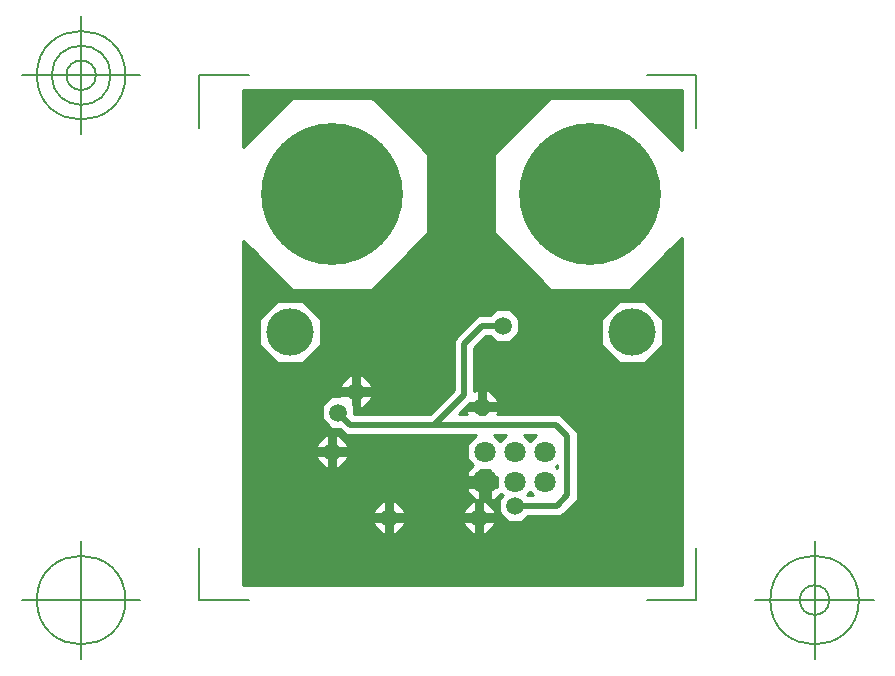
<source format=gbr>
G04 Generated by Ultiboard 11.0 *
%FSLAX25Y25*%
%MOIN*%

%ADD10C,0.01000*%
%ADD11C,0.01969*%
%ADD12C,0.00500*%
%ADD13C,0.47244*%
%ADD14C,0.15748*%
%ADD15C,0.05906*%
%ADD16C,0.07087*%
%ADD17R,0.03170X0.03170*%
%ADD18C,0.03917*%


G04 ColorRGB 0000FF for the following layer *
%LNCopper Bottom*%
%LPD*%
%FSLAX25Y25*%
%MOIN*%
G54D10*
X102490Y176531D02*
X149531Y176531D01*
X149531Y176531D02*
X149531Y156718D01*
X149531Y156718D02*
X132253Y173996D01*
X132253Y173996D02*
X105747Y173996D01*
X105747Y173996D02*
X102490Y170739D01*
X102490Y170739D02*
X102490Y176531D01*
G36*
X102490Y176531D02*
X149531Y176531D01*
X149531Y156718D01*
X132253Y173996D01*
X105747Y173996D01*
X102490Y170739D01*
X102490Y176531D01*
G37*
X102490Y176531D02*
X149531Y176531D01*
X149531Y176531D02*
X149531Y156718D01*
X149531Y156718D02*
X132253Y173996D01*
X132253Y173996D02*
X105747Y173996D01*
X105747Y173996D02*
X102490Y170739D01*
X102490Y170739D02*
X102490Y176531D01*
X143343Y100284D02*
X137284Y106343D01*
X137284Y106343D02*
X128716Y106343D01*
X128716Y106343D02*
X122657Y100284D01*
X122657Y100284D02*
X102490Y100284D01*
X102490Y100284D02*
X102490Y113261D01*
X102490Y113261D02*
X105747Y110004D01*
X105747Y110004D02*
X132253Y110004D01*
X132253Y110004D02*
X145405Y123156D01*
X145405Y123156D02*
X149531Y123156D01*
X149531Y123156D02*
X149531Y100284D01*
X149531Y100284D02*
X143343Y100284D01*
G36*
X143343Y100284D02*
X137284Y106343D01*
X128716Y106343D01*
X122657Y100284D01*
X102490Y100284D01*
X102490Y113261D01*
X105747Y110004D01*
X132253Y110004D01*
X145405Y123156D01*
X149531Y123156D01*
X149531Y100284D01*
X143343Y100284D01*
G37*
X143343Y100284D02*
X137284Y106343D01*
X137284Y106343D02*
X128716Y106343D01*
X128716Y106343D02*
X122657Y100284D01*
X122657Y100284D02*
X102490Y100284D01*
X102490Y100284D02*
X102490Y113261D01*
X102490Y113261D02*
X105747Y110004D01*
X105747Y110004D02*
X132253Y110004D01*
X132253Y110004D02*
X145405Y123156D01*
X145405Y123156D02*
X149531Y123156D01*
X149531Y123156D02*
X149531Y100284D01*
X149531Y100284D02*
X143343Y100284D01*
X122657Y100284D02*
X122657Y91716D01*
X122657Y91716D02*
X128716Y85657D01*
X128716Y85657D02*
X137284Y85657D01*
X137284Y85657D02*
X143343Y91716D01*
X143343Y91716D02*
X143343Y100284D01*
X143343Y100284D02*
X149531Y100284D01*
X149531Y100284D02*
X149531Y64844D01*
X149531Y64844D02*
X112563Y64844D01*
X112563Y64844D02*
X108954Y68453D01*
X108954Y68453D02*
X102490Y68453D01*
X102490Y68453D02*
X102490Y100284D01*
X102490Y100284D02*
X122657Y100284D01*
G36*
X122657Y100284D02*
X122657Y91716D01*
X128716Y85657D01*
X137284Y85657D01*
X143343Y91716D01*
X143343Y100284D01*
X149531Y100284D01*
X149531Y64844D01*
X112563Y64844D01*
X108954Y68453D01*
X102490Y68453D01*
X102490Y100284D01*
X122657Y100284D01*
G37*
X122657Y100284D02*
X122657Y91716D01*
X122657Y91716D02*
X128716Y85657D01*
X128716Y85657D02*
X137284Y85657D01*
X137284Y85657D02*
X143343Y91716D01*
X143343Y91716D02*
X143343Y100284D01*
X143343Y100284D02*
X149531Y100284D01*
X149531Y100284D02*
X149531Y64844D01*
X149531Y64844D02*
X112563Y64844D01*
X112563Y64844D02*
X108954Y68453D01*
X108954Y68453D02*
X102490Y68453D01*
X102490Y68453D02*
X102490Y100284D01*
X102490Y100284D02*
X122657Y100284D01*
X149531Y11469D02*
X102490Y11469D01*
X102490Y11469D02*
X102490Y34547D01*
X102490Y34547D02*
X109430Y34547D01*
X109430Y34547D02*
X114853Y39970D01*
X114853Y39970D02*
X149531Y39970D01*
X149531Y39970D02*
X149531Y11469D01*
G36*
X149531Y11469D02*
X102490Y11469D01*
X102490Y34547D01*
X109430Y34547D01*
X114853Y39970D01*
X149531Y39970D01*
X149531Y11469D01*
G37*
X149531Y11469D02*
X102490Y11469D01*
X102490Y11469D02*
X102490Y34547D01*
X102490Y34547D02*
X109430Y34547D01*
X109430Y34547D02*
X114853Y39970D01*
X114853Y39970D02*
X149531Y39970D01*
X149531Y39970D02*
X149531Y11469D01*
X149531Y64844D02*
X149531Y39970D01*
X149531Y39970D02*
X114853Y39970D01*
X114853Y39970D02*
X114853Y62554D01*
X114853Y62554D02*
X112563Y64844D01*
X112563Y64844D02*
X149531Y64844D01*
G36*
X149531Y64844D02*
X149531Y39970D01*
X114853Y39970D01*
X114853Y62554D01*
X112563Y64844D01*
X149531Y64844D01*
G37*
X149531Y64844D02*
X149531Y39970D01*
X149531Y39970D02*
X114853Y39970D01*
X114853Y39970D02*
X114853Y62554D01*
X114853Y62554D02*
X112563Y64844D01*
X112563Y64844D02*
X149531Y64844D01*
X3469Y123156D02*
X3469Y126282D01*
X3469Y126282D02*
X6595Y123156D01*
X6595Y123156D02*
X3469Y123156D01*
G36*
X3469Y123156D02*
X3469Y126282D01*
X6595Y123156D01*
X3469Y123156D01*
G37*
X3469Y123156D02*
X3469Y126282D01*
X3469Y126282D02*
X6595Y123156D01*
X6595Y123156D02*
X3469Y123156D01*
X50510Y176531D02*
X102490Y176531D01*
X102490Y176531D02*
X102490Y170739D01*
X102490Y170739D02*
X87004Y155253D01*
X87004Y155253D02*
X87004Y128747D01*
X87004Y128747D02*
X92595Y123156D01*
X92595Y123156D02*
X59405Y123156D01*
X59405Y123156D02*
X64996Y128747D01*
X64996Y128747D02*
X64996Y155253D01*
X64996Y155253D02*
X50510Y169739D01*
X50510Y169739D02*
X50510Y176531D01*
G36*
X50510Y176531D02*
X102490Y176531D01*
X102490Y170739D01*
X87004Y155253D01*
X87004Y128747D01*
X92595Y123156D01*
X59405Y123156D01*
X64996Y128747D01*
X64996Y155253D01*
X50510Y169739D01*
X50510Y176531D01*
G37*
X50510Y176531D02*
X102490Y176531D01*
X102490Y176531D02*
X102490Y170739D01*
X102490Y170739D02*
X87004Y155253D01*
X87004Y155253D02*
X87004Y128747D01*
X87004Y128747D02*
X92595Y123156D01*
X92595Y123156D02*
X59405Y123156D01*
X59405Y123156D02*
X64996Y128747D01*
X64996Y128747D02*
X64996Y155253D01*
X64996Y155253D02*
X50510Y169739D01*
X50510Y169739D02*
X50510Y176531D01*
X50510Y114261D02*
X59405Y123156D01*
X59405Y123156D02*
X80754Y123156D01*
X80754Y123156D02*
X80754Y100587D01*
X80754Y100587D02*
X73547Y93380D01*
X73547Y93380D02*
X73547Y76430D01*
X73547Y76430D02*
X70687Y73570D01*
X70687Y73570D02*
X50510Y73570D01*
X50510Y73570D02*
X50510Y114261D01*
G36*
X50510Y114261D02*
X59405Y123156D01*
X80754Y123156D01*
X80754Y100587D01*
X73547Y93380D01*
X73547Y76430D01*
X70687Y73570D01*
X50510Y73570D01*
X50510Y114261D01*
G37*
X50510Y114261D02*
X59405Y123156D01*
X59405Y123156D02*
X80754Y123156D01*
X80754Y123156D02*
X80754Y100587D01*
X80754Y100587D02*
X73547Y93380D01*
X73547Y93380D02*
X73547Y76430D01*
X73547Y76430D02*
X70687Y73570D01*
X70687Y73570D02*
X50510Y73570D01*
X50510Y73570D02*
X50510Y114261D01*
X50510Y68453D02*
X50510Y73570D01*
X50510Y73570D02*
X70687Y73570D01*
X70687Y73570D02*
X65570Y68453D01*
X65570Y68453D02*
X50510Y68453D01*
G36*
X50510Y68453D02*
X50510Y73570D01*
X70687Y73570D01*
X65570Y68453D01*
X50510Y68453D01*
G37*
X50510Y68453D02*
X50510Y73570D01*
X50510Y73570D02*
X70687Y73570D01*
X70687Y73570D02*
X65570Y68453D01*
X65570Y68453D02*
X50510Y68453D01*
X80034Y51464D02*
X77988Y49419D01*
X77988Y49419D02*
X50510Y49419D01*
X50510Y49419D02*
X50510Y61547D01*
X50510Y61547D02*
X65470Y61547D01*
X65470Y61547D02*
X65520Y61497D01*
X65520Y61497D02*
X68380Y61497D01*
X68380Y61497D02*
X68430Y61547D01*
X68430Y61547D02*
X81045Y61547D01*
X81045Y61547D02*
X77988Y58490D01*
X77988Y58490D02*
X77988Y53510D01*
X77988Y53510D02*
X80034Y51464D01*
G36*
X80034Y51464D02*
X77988Y49419D01*
X50510Y49419D01*
X50510Y61547D01*
X65470Y61547D01*
X65520Y61497D01*
X68380Y61497D01*
X68430Y61547D01*
X81045Y61547D01*
X77988Y58490D01*
X77988Y53510D01*
X80034Y51464D01*
G37*
X80034Y51464D02*
X77988Y49419D01*
X77988Y49419D02*
X50510Y49419D01*
X50510Y49419D02*
X50510Y61547D01*
X50510Y61547D02*
X65470Y61547D01*
X65470Y61547D02*
X65520Y61497D01*
X65520Y61497D02*
X68380Y61497D01*
X68380Y61497D02*
X68430Y61547D01*
X68430Y61547D02*
X81045Y61547D01*
X81045Y61547D02*
X77988Y58490D01*
X77988Y58490D02*
X77988Y53510D01*
X77988Y53510D02*
X80034Y51464D01*
X77988Y49419D02*
X77988Y47709D01*
X77988Y47709D02*
X82291Y47709D01*
X82291Y47709D02*
X82291Y49419D01*
X82291Y49419D02*
X85267Y49419D01*
X85267Y49419D02*
X85267Y42581D01*
X85267Y42581D02*
X82291Y42581D01*
X82291Y42581D02*
X82291Y44291D01*
X82291Y44291D02*
X77988Y44291D01*
X77988Y44291D02*
X77988Y42581D01*
X77988Y42581D02*
X50510Y42581D01*
X50510Y42581D02*
X50510Y49419D01*
X50510Y49419D02*
X77988Y49419D01*
G36*
X77988Y49419D02*
X77988Y47709D01*
X82291Y47709D01*
X82291Y49419D01*
X85267Y49419D01*
X85267Y42581D01*
X82291Y42581D01*
X82291Y44291D01*
X77988Y44291D01*
X77988Y42581D01*
X50510Y42581D01*
X50510Y49419D01*
X77988Y49419D01*
G37*
X77988Y49419D02*
X77988Y47709D01*
X77988Y47709D02*
X82291Y47709D01*
X82291Y47709D02*
X82291Y49419D01*
X82291Y49419D02*
X85267Y49419D01*
X85267Y49419D02*
X85267Y42581D01*
X85267Y42581D02*
X82291Y42581D01*
X82291Y42581D02*
X82291Y44291D01*
X82291Y44291D02*
X77988Y44291D01*
X77988Y44291D02*
X77988Y42581D01*
X77988Y42581D02*
X50510Y42581D01*
X50510Y42581D02*
X50510Y49419D01*
X50510Y49419D02*
X77988Y49419D01*
X77988Y42581D02*
X80581Y39988D01*
X80581Y39988D02*
X82291Y39988D01*
X82291Y39988D02*
X82291Y42581D01*
X82291Y42581D02*
X85267Y42581D01*
X85267Y42581D02*
X85267Y38400D01*
X85267Y38400D02*
X84246Y39421D01*
X84246Y39421D02*
X83123Y39421D01*
X83123Y39421D02*
X83123Y36246D01*
X83123Y36246D02*
X80877Y36246D01*
X80877Y36246D02*
X80877Y39421D01*
X80877Y39421D02*
X79754Y39421D01*
X79754Y39421D02*
X76579Y36246D01*
X76579Y36246D02*
X57421Y36246D01*
X57421Y36246D02*
X54246Y39421D01*
X54246Y39421D02*
X53123Y39421D01*
X53123Y39421D02*
X53123Y36246D01*
X53123Y36246D02*
X50877Y36246D01*
X50877Y36246D02*
X50877Y39421D01*
X50877Y39421D02*
X50510Y39421D01*
X50510Y39421D02*
X50510Y42581D01*
X50510Y42581D02*
X77988Y42581D01*
G36*
X77988Y42581D02*
X80581Y39988D01*
X82291Y39988D01*
X82291Y42581D01*
X85267Y42581D01*
X85267Y38400D01*
X84246Y39421D01*
X83123Y39421D01*
X83123Y36246D01*
X80877Y36246D01*
X80877Y39421D01*
X79754Y39421D01*
X76579Y36246D01*
X57421Y36246D01*
X54246Y39421D01*
X53123Y39421D01*
X53123Y36246D01*
X50877Y36246D01*
X50877Y39421D01*
X50510Y39421D01*
X50510Y42581D01*
X77988Y42581D01*
G37*
X77988Y42581D02*
X80581Y39988D01*
X80581Y39988D02*
X82291Y39988D01*
X82291Y39988D02*
X82291Y42581D01*
X82291Y42581D02*
X85267Y42581D01*
X85267Y42581D02*
X85267Y38400D01*
X85267Y38400D02*
X84246Y39421D01*
X84246Y39421D02*
X83123Y39421D01*
X83123Y39421D02*
X83123Y36246D01*
X83123Y36246D02*
X80877Y36246D01*
X80877Y36246D02*
X80877Y39421D01*
X80877Y39421D02*
X79754Y39421D01*
X79754Y39421D02*
X76579Y36246D01*
X76579Y36246D02*
X57421Y36246D01*
X57421Y36246D02*
X54246Y39421D01*
X54246Y39421D02*
X53123Y39421D01*
X53123Y39421D02*
X53123Y36246D01*
X53123Y36246D02*
X50877Y36246D01*
X50877Y36246D02*
X50877Y39421D01*
X50877Y39421D02*
X50510Y39421D01*
X50510Y39421D02*
X50510Y42581D01*
X50510Y42581D02*
X77988Y42581D01*
X98214Y34547D02*
X102490Y34547D01*
X102490Y34547D02*
X102490Y31754D01*
X102490Y31754D02*
X87421Y31754D01*
X87421Y31754D02*
X87421Y32877D01*
X87421Y32877D02*
X83123Y32877D01*
X83123Y32877D02*
X83123Y31754D01*
X83123Y31754D02*
X80877Y31754D01*
X80877Y31754D02*
X80877Y32877D01*
X80877Y32877D02*
X76579Y32877D01*
X76579Y32877D02*
X76579Y31754D01*
X76579Y31754D02*
X57421Y31754D01*
X57421Y31754D02*
X57421Y32877D01*
X57421Y32877D02*
X53123Y32877D01*
X53123Y32877D02*
X53123Y31754D01*
X53123Y31754D02*
X50877Y31754D01*
X50877Y31754D02*
X50877Y32877D01*
X50877Y32877D02*
X50510Y32877D01*
X50510Y32877D02*
X50510Y35123D01*
X50510Y35123D02*
X50877Y35123D01*
X50877Y35123D02*
X50877Y36246D01*
X50877Y36246D02*
X53123Y36246D01*
X53123Y36246D02*
X53123Y35123D01*
X53123Y35123D02*
X57421Y35123D01*
X57421Y35123D02*
X57421Y36246D01*
X57421Y36246D02*
X76579Y36246D01*
X76579Y36246D02*
X76579Y35123D01*
X76579Y35123D02*
X80877Y35123D01*
X80877Y35123D02*
X80877Y36246D01*
X80877Y36246D02*
X83123Y36246D01*
X83123Y36246D02*
X83123Y35123D01*
X83123Y35123D02*
X87421Y35123D01*
X87421Y35123D02*
X87421Y36246D01*
X87421Y36246D02*
X88579Y36246D01*
X88579Y36246D02*
X88579Y35754D01*
X88579Y35754D02*
X91754Y32579D01*
X91754Y32579D02*
X96246Y32579D01*
X96246Y32579D02*
X98214Y34547D01*
G36*
X98214Y34547D02*
X102490Y34547D01*
X102490Y31754D01*
X87421Y31754D01*
X87421Y32877D01*
X83123Y32877D01*
X83123Y31754D01*
X80877Y31754D01*
X80877Y32877D01*
X76579Y32877D01*
X76579Y31754D01*
X57421Y31754D01*
X57421Y32877D01*
X53123Y32877D01*
X53123Y31754D01*
X50877Y31754D01*
X50877Y32877D01*
X50510Y32877D01*
X50510Y35123D01*
X50877Y35123D01*
X50877Y36246D01*
X53123Y36246D01*
X53123Y35123D01*
X57421Y35123D01*
X57421Y36246D01*
X76579Y36246D01*
X76579Y35123D01*
X80877Y35123D01*
X80877Y36246D01*
X83123Y36246D01*
X83123Y35123D01*
X87421Y35123D01*
X87421Y36246D01*
X88579Y36246D01*
X88579Y35754D01*
X91754Y32579D01*
X96246Y32579D01*
X98214Y34547D01*
G37*
X98214Y34547D02*
X102490Y34547D01*
X102490Y34547D02*
X102490Y31754D01*
X102490Y31754D02*
X87421Y31754D01*
X87421Y31754D02*
X87421Y32877D01*
X87421Y32877D02*
X83123Y32877D01*
X83123Y32877D02*
X83123Y31754D01*
X83123Y31754D02*
X80877Y31754D01*
X80877Y31754D02*
X80877Y32877D01*
X80877Y32877D02*
X76579Y32877D01*
X76579Y32877D02*
X76579Y31754D01*
X76579Y31754D02*
X57421Y31754D01*
X57421Y31754D02*
X57421Y32877D01*
X57421Y32877D02*
X53123Y32877D01*
X53123Y32877D02*
X53123Y31754D01*
X53123Y31754D02*
X50877Y31754D01*
X50877Y31754D02*
X50877Y32877D01*
X50877Y32877D02*
X50510Y32877D01*
X50510Y32877D02*
X50510Y35123D01*
X50510Y35123D02*
X50877Y35123D01*
X50877Y35123D02*
X50877Y36246D01*
X50877Y36246D02*
X53123Y36246D01*
X53123Y36246D02*
X53123Y35123D01*
X53123Y35123D02*
X57421Y35123D01*
X57421Y35123D02*
X57421Y36246D01*
X57421Y36246D02*
X76579Y36246D01*
X76579Y36246D02*
X76579Y35123D01*
X76579Y35123D02*
X80877Y35123D01*
X80877Y35123D02*
X80877Y36246D01*
X80877Y36246D02*
X83123Y36246D01*
X83123Y36246D02*
X83123Y35123D01*
X83123Y35123D02*
X87421Y35123D01*
X87421Y35123D02*
X87421Y36246D01*
X87421Y36246D02*
X88579Y36246D01*
X88579Y36246D02*
X88579Y35754D01*
X88579Y35754D02*
X91754Y32579D01*
X91754Y32579D02*
X96246Y32579D01*
X96246Y32579D02*
X98214Y34547D01*
X102490Y11469D02*
X50510Y11469D01*
X50510Y11469D02*
X50510Y28579D01*
X50510Y28579D02*
X50877Y28579D01*
X50877Y28579D02*
X50877Y31754D01*
X50877Y31754D02*
X53123Y31754D01*
X53123Y31754D02*
X53123Y28579D01*
X53123Y28579D02*
X54246Y28579D01*
X54246Y28579D02*
X57421Y31754D01*
X57421Y31754D02*
X76579Y31754D01*
X76579Y31754D02*
X79754Y28579D01*
X79754Y28579D02*
X80877Y28579D01*
X80877Y28579D02*
X80877Y31754D01*
X80877Y31754D02*
X83123Y31754D01*
X83123Y31754D02*
X83123Y28579D01*
X83123Y28579D02*
X84246Y28579D01*
X84246Y28579D02*
X87421Y31754D01*
X87421Y31754D02*
X102490Y31754D01*
X102490Y31754D02*
X102490Y11469D01*
G36*
X102490Y11469D02*
X50510Y11469D01*
X50510Y28579D01*
X50877Y28579D01*
X50877Y31754D01*
X53123Y31754D01*
X53123Y28579D01*
X54246Y28579D01*
X57421Y31754D01*
X76579Y31754D01*
X79754Y28579D01*
X80877Y28579D01*
X80877Y31754D01*
X83123Y31754D01*
X83123Y28579D01*
X84246Y28579D01*
X87421Y31754D01*
X102490Y31754D01*
X102490Y11469D01*
G37*
X102490Y11469D02*
X50510Y11469D01*
X50510Y11469D02*
X50510Y28579D01*
X50510Y28579D02*
X50877Y28579D01*
X50877Y28579D02*
X50877Y31754D01*
X50877Y31754D02*
X53123Y31754D01*
X53123Y31754D02*
X53123Y28579D01*
X53123Y28579D02*
X54246Y28579D01*
X54246Y28579D02*
X57421Y31754D01*
X57421Y31754D02*
X76579Y31754D01*
X76579Y31754D02*
X79754Y28579D01*
X79754Y28579D02*
X80877Y28579D01*
X80877Y28579D02*
X80877Y31754D01*
X80877Y31754D02*
X83123Y31754D01*
X83123Y31754D02*
X83123Y28579D01*
X83123Y28579D02*
X84246Y28579D01*
X84246Y28579D02*
X87421Y31754D01*
X87421Y31754D02*
X102490Y31754D01*
X102490Y31754D02*
X102490Y11469D01*
X3469Y64844D02*
X3469Y73754D01*
X3469Y73754D02*
X32088Y73754D01*
X32088Y73754D02*
X29579Y71246D01*
X29579Y71246D02*
X29579Y66754D01*
X29579Y66754D02*
X31489Y64844D01*
X31489Y64844D02*
X3469Y64844D01*
G36*
X3469Y64844D02*
X3469Y73754D01*
X32088Y73754D01*
X29579Y71246D01*
X29579Y66754D01*
X31489Y64844D01*
X3469Y64844D01*
G37*
X3469Y64844D02*
X3469Y73754D01*
X3469Y73754D02*
X32088Y73754D01*
X32088Y73754D02*
X29579Y71246D01*
X29579Y71246D02*
X29579Y66754D01*
X29579Y66754D02*
X31489Y64844D01*
X31489Y64844D02*
X3469Y64844D01*
X3469Y53754D02*
X3469Y64844D01*
X3469Y64844D02*
X30754Y64844D01*
X30754Y64844D02*
X30754Y61421D01*
X30754Y61421D02*
X27579Y58246D01*
X27579Y58246D02*
X27579Y57123D01*
X27579Y57123D02*
X30754Y57123D01*
X30754Y57123D02*
X30754Y54877D01*
X30754Y54877D02*
X27579Y54877D01*
X27579Y54877D02*
X27579Y53754D01*
X27579Y53754D02*
X3469Y53754D01*
G36*
X3469Y53754D02*
X3469Y64844D01*
X30754Y64844D01*
X30754Y61421D01*
X27579Y58246D01*
X27579Y57123D01*
X30754Y57123D01*
X30754Y54877D01*
X27579Y54877D01*
X27579Y53754D01*
X3469Y53754D01*
G37*
X3469Y53754D02*
X3469Y64844D01*
X3469Y64844D02*
X30754Y64844D01*
X30754Y64844D02*
X30754Y61421D01*
X30754Y61421D02*
X27579Y58246D01*
X27579Y58246D02*
X27579Y57123D01*
X27579Y57123D02*
X30754Y57123D01*
X30754Y57123D02*
X30754Y54877D01*
X30754Y54877D02*
X27579Y54877D01*
X27579Y54877D02*
X27579Y53754D01*
X27579Y53754D02*
X3469Y53754D01*
X31489Y64844D02*
X32754Y63579D01*
X32754Y63579D02*
X35246Y63579D01*
X35246Y63579D02*
X35246Y61421D01*
X35246Y61421D02*
X34123Y61421D01*
X34123Y61421D02*
X34123Y57123D01*
X34123Y57123D02*
X35246Y57123D01*
X35246Y57123D02*
X35246Y54877D01*
X35246Y54877D02*
X34123Y54877D01*
X34123Y54877D02*
X34123Y53754D01*
X34123Y53754D02*
X31877Y53754D01*
X31877Y53754D02*
X31877Y54877D01*
X31877Y54877D02*
X30754Y54877D01*
X30754Y54877D02*
X30754Y57123D01*
X30754Y57123D02*
X31877Y57123D01*
X31877Y57123D02*
X31877Y61421D01*
X31877Y61421D02*
X30754Y61421D01*
X30754Y61421D02*
X30754Y64844D01*
X30754Y64844D02*
X31489Y64844D01*
G36*
X31489Y64844D02*
X32754Y63579D01*
X35246Y63579D01*
X35246Y61421D01*
X34123Y61421D01*
X34123Y57123D01*
X35246Y57123D01*
X35246Y54877D01*
X34123Y54877D01*
X34123Y53754D01*
X31877Y53754D01*
X31877Y54877D01*
X30754Y54877D01*
X30754Y57123D01*
X31877Y57123D01*
X31877Y61421D01*
X30754Y61421D01*
X30754Y64844D01*
X31489Y64844D01*
G37*
X31489Y64844D02*
X32754Y63579D01*
X32754Y63579D02*
X35246Y63579D01*
X35246Y63579D02*
X35246Y61421D01*
X35246Y61421D02*
X34123Y61421D01*
X34123Y61421D02*
X34123Y57123D01*
X34123Y57123D02*
X35246Y57123D01*
X35246Y57123D02*
X35246Y54877D01*
X35246Y54877D02*
X34123Y54877D01*
X34123Y54877D02*
X34123Y53754D01*
X34123Y53754D02*
X31877Y53754D01*
X31877Y53754D02*
X31877Y54877D01*
X31877Y54877D02*
X30754Y54877D01*
X30754Y54877D02*
X30754Y57123D01*
X30754Y57123D02*
X31877Y57123D01*
X31877Y57123D02*
X31877Y61421D01*
X31877Y61421D02*
X30754Y61421D01*
X30754Y61421D02*
X30754Y64844D01*
X30754Y64844D02*
X31489Y64844D01*
X50510Y11469D02*
X35246Y11469D01*
X35246Y11469D02*
X35246Y50579D01*
X35246Y50579D02*
X38421Y53754D01*
X38421Y53754D02*
X38421Y54877D01*
X38421Y54877D02*
X35246Y54877D01*
X35246Y54877D02*
X35246Y57123D01*
X35246Y57123D02*
X38421Y57123D01*
X38421Y57123D02*
X38421Y58246D01*
X38421Y58246D02*
X35246Y61421D01*
X35246Y61421D02*
X35246Y63579D01*
X35246Y63579D02*
X35538Y63579D01*
X35538Y63579D02*
X37570Y61547D01*
X37570Y61547D02*
X50510Y61547D01*
X50510Y61547D02*
X50510Y39421D01*
X50510Y39421D02*
X49754Y39421D01*
X49754Y39421D02*
X46579Y36246D01*
X46579Y36246D02*
X46579Y35123D01*
X46579Y35123D02*
X50510Y35123D01*
X50510Y35123D02*
X50510Y32877D01*
X50510Y32877D02*
X46579Y32877D01*
X46579Y32877D02*
X46579Y31754D01*
X46579Y31754D02*
X49754Y28579D01*
X49754Y28579D02*
X50510Y28579D01*
X50510Y28579D02*
X50510Y11469D01*
G36*
X50510Y11469D02*
X35246Y11469D01*
X35246Y50579D01*
X38421Y53754D01*
X38421Y54877D01*
X35246Y54877D01*
X35246Y57123D01*
X38421Y57123D01*
X38421Y58246D01*
X35246Y61421D01*
X35246Y63579D01*
X35538Y63579D01*
X37570Y61547D01*
X50510Y61547D01*
X50510Y39421D01*
X49754Y39421D01*
X46579Y36246D01*
X46579Y35123D01*
X50510Y35123D01*
X50510Y32877D01*
X46579Y32877D01*
X46579Y31754D01*
X49754Y28579D01*
X50510Y28579D01*
X50510Y11469D01*
G37*
X50510Y11469D02*
X35246Y11469D01*
X35246Y11469D02*
X35246Y50579D01*
X35246Y50579D02*
X38421Y53754D01*
X38421Y53754D02*
X38421Y54877D01*
X38421Y54877D02*
X35246Y54877D01*
X35246Y54877D02*
X35246Y57123D01*
X35246Y57123D02*
X38421Y57123D01*
X38421Y57123D02*
X38421Y58246D01*
X38421Y58246D02*
X35246Y61421D01*
X35246Y61421D02*
X35246Y63579D01*
X35246Y63579D02*
X35538Y63579D01*
X35538Y63579D02*
X37570Y61547D01*
X37570Y61547D02*
X50510Y61547D01*
X50510Y61547D02*
X50510Y39421D01*
X50510Y39421D02*
X49754Y39421D01*
X49754Y39421D02*
X46579Y36246D01*
X46579Y36246D02*
X46579Y35123D01*
X46579Y35123D02*
X50510Y35123D01*
X50510Y35123D02*
X50510Y32877D01*
X50510Y32877D02*
X46579Y32877D01*
X46579Y32877D02*
X46579Y31754D01*
X46579Y31754D02*
X49754Y28579D01*
X49754Y28579D02*
X50510Y28579D01*
X50510Y28579D02*
X50510Y11469D01*
X35246Y11469D02*
X3469Y11469D01*
X3469Y11469D02*
X3469Y53754D01*
X3469Y53754D02*
X27579Y53754D01*
X27579Y53754D02*
X30754Y50579D01*
X30754Y50579D02*
X31877Y50579D01*
X31877Y50579D02*
X31877Y53754D01*
X31877Y53754D02*
X34123Y53754D01*
X34123Y53754D02*
X34123Y50579D01*
X34123Y50579D02*
X35246Y50579D01*
X35246Y50579D02*
X35246Y11469D01*
G36*
X35246Y11469D02*
X3469Y11469D01*
X3469Y53754D01*
X27579Y53754D01*
X30754Y50579D01*
X31877Y50579D01*
X31877Y53754D01*
X34123Y53754D01*
X34123Y50579D01*
X35246Y50579D01*
X35246Y11469D01*
G37*
X35246Y11469D02*
X3469Y11469D01*
X3469Y11469D02*
X3469Y53754D01*
X3469Y53754D02*
X27579Y53754D01*
X27579Y53754D02*
X30754Y50579D01*
X30754Y50579D02*
X31877Y50579D01*
X31877Y50579D02*
X31877Y53754D01*
X31877Y53754D02*
X34123Y53754D01*
X34123Y53754D02*
X34123Y50579D01*
X34123Y50579D02*
X35246Y50579D01*
X35246Y50579D02*
X35246Y11469D01*
X3469Y100284D02*
X3469Y123156D01*
X3469Y123156D02*
X6595Y123156D01*
X6595Y123156D02*
X19747Y110004D01*
X19747Y110004D02*
X38754Y110004D01*
X38754Y110004D02*
X38754Y100284D01*
X38754Y100284D02*
X29343Y100284D01*
X29343Y100284D02*
X23284Y106343D01*
X23284Y106343D02*
X14716Y106343D01*
X14716Y106343D02*
X8657Y100284D01*
X8657Y100284D02*
X3469Y100284D01*
G36*
X3469Y100284D02*
X3469Y123156D01*
X6595Y123156D01*
X19747Y110004D01*
X38754Y110004D01*
X38754Y100284D01*
X29343Y100284D01*
X23284Y106343D01*
X14716Y106343D01*
X8657Y100284D01*
X3469Y100284D01*
G37*
X3469Y100284D02*
X3469Y123156D01*
X3469Y123156D02*
X6595Y123156D01*
X6595Y123156D02*
X19747Y110004D01*
X19747Y110004D02*
X38754Y110004D01*
X38754Y110004D02*
X38754Y100284D01*
X38754Y100284D02*
X29343Y100284D01*
X29343Y100284D02*
X23284Y106343D01*
X23284Y106343D02*
X14716Y106343D01*
X14716Y106343D02*
X8657Y100284D01*
X8657Y100284D02*
X3469Y100284D01*
X3469Y73754D02*
X3469Y100284D01*
X3469Y100284D02*
X8657Y100284D01*
X8657Y100284D02*
X8657Y91716D01*
X8657Y91716D02*
X14716Y85657D01*
X14716Y85657D02*
X23284Y85657D01*
X23284Y85657D02*
X29343Y91716D01*
X29343Y91716D02*
X29343Y100284D01*
X29343Y100284D02*
X38754Y100284D01*
X38754Y100284D02*
X38754Y81421D01*
X38754Y81421D02*
X35579Y78246D01*
X35579Y78246D02*
X35579Y77123D01*
X35579Y77123D02*
X38754Y77123D01*
X38754Y77123D02*
X38754Y74877D01*
X38754Y74877D02*
X35579Y74877D01*
X35579Y74877D02*
X35579Y74421D01*
X35579Y74421D02*
X32754Y74421D01*
X32754Y74421D02*
X32088Y73754D01*
X32088Y73754D02*
X3469Y73754D01*
G36*
X3469Y73754D02*
X3469Y100284D01*
X8657Y100284D01*
X8657Y91716D01*
X14716Y85657D01*
X23284Y85657D01*
X29343Y91716D01*
X29343Y100284D01*
X38754Y100284D01*
X38754Y81421D01*
X35579Y78246D01*
X35579Y77123D01*
X38754Y77123D01*
X38754Y74877D01*
X35579Y74877D01*
X35579Y74421D01*
X32754Y74421D01*
X32088Y73754D01*
X3469Y73754D01*
G37*
X3469Y73754D02*
X3469Y100284D01*
X3469Y100284D02*
X8657Y100284D01*
X8657Y100284D02*
X8657Y91716D01*
X8657Y91716D02*
X14716Y85657D01*
X14716Y85657D02*
X23284Y85657D01*
X23284Y85657D02*
X29343Y91716D01*
X29343Y91716D02*
X29343Y100284D01*
X29343Y100284D02*
X38754Y100284D01*
X38754Y100284D02*
X38754Y81421D01*
X38754Y81421D02*
X35579Y78246D01*
X35579Y78246D02*
X35579Y77123D01*
X35579Y77123D02*
X38754Y77123D01*
X38754Y77123D02*
X38754Y74877D01*
X38754Y74877D02*
X35579Y74877D01*
X35579Y74877D02*
X35579Y74421D01*
X35579Y74421D02*
X32754Y74421D01*
X32754Y74421D02*
X32088Y73754D01*
X32088Y73754D02*
X3469Y73754D01*
X38754Y110004D02*
X43246Y110004D01*
X43246Y110004D02*
X43246Y81421D01*
X43246Y81421D02*
X42123Y81421D01*
X42123Y81421D02*
X42123Y77123D01*
X42123Y77123D02*
X43246Y77123D01*
X43246Y77123D02*
X43246Y74877D01*
X43246Y74877D02*
X42123Y74877D01*
X42123Y74877D02*
X42123Y73754D01*
X42123Y73754D02*
X39877Y73754D01*
X39877Y73754D02*
X39877Y74877D01*
X39877Y74877D02*
X38754Y74877D01*
X38754Y74877D02*
X38754Y77123D01*
X38754Y77123D02*
X39877Y77123D01*
X39877Y77123D02*
X39877Y81421D01*
X39877Y81421D02*
X38754Y81421D01*
X38754Y81421D02*
X38754Y110004D01*
G36*
X38754Y110004D02*
X43246Y110004D01*
X43246Y81421D01*
X42123Y81421D01*
X42123Y77123D01*
X43246Y77123D01*
X43246Y74877D01*
X42123Y74877D01*
X42123Y73754D01*
X39877Y73754D01*
X39877Y74877D01*
X38754Y74877D01*
X38754Y77123D01*
X39877Y77123D01*
X39877Y81421D01*
X38754Y81421D01*
X38754Y110004D01*
G37*
X38754Y110004D02*
X43246Y110004D01*
X43246Y110004D02*
X43246Y81421D01*
X43246Y81421D02*
X42123Y81421D01*
X42123Y81421D02*
X42123Y77123D01*
X42123Y77123D02*
X43246Y77123D01*
X43246Y77123D02*
X43246Y74877D01*
X43246Y74877D02*
X42123Y74877D01*
X42123Y74877D02*
X42123Y73754D01*
X42123Y73754D02*
X39877Y73754D01*
X39877Y73754D02*
X39877Y74877D01*
X39877Y74877D02*
X38754Y74877D01*
X38754Y74877D02*
X38754Y77123D01*
X38754Y77123D02*
X39877Y77123D01*
X39877Y77123D02*
X39877Y81421D01*
X39877Y81421D02*
X38754Y81421D01*
X38754Y81421D02*
X38754Y110004D01*
X43246Y110004D02*
X46253Y110004D01*
X46253Y110004D02*
X50510Y114261D01*
X50510Y114261D02*
X50510Y73754D01*
X50510Y73754D02*
X46421Y73754D01*
X46421Y73754D02*
X46421Y74877D01*
X46421Y74877D02*
X43246Y74877D01*
X43246Y74877D02*
X43246Y77123D01*
X43246Y77123D02*
X46421Y77123D01*
X46421Y77123D02*
X46421Y78246D01*
X46421Y78246D02*
X43246Y81421D01*
X43246Y81421D02*
X43246Y110004D01*
G36*
X43246Y110004D02*
X46253Y110004D01*
X50510Y114261D01*
X50510Y73754D01*
X46421Y73754D01*
X46421Y74877D01*
X43246Y74877D01*
X43246Y77123D01*
X46421Y77123D01*
X46421Y78246D01*
X43246Y81421D01*
X43246Y110004D01*
G37*
X43246Y110004D02*
X46253Y110004D01*
X46253Y110004D02*
X50510Y114261D01*
X50510Y114261D02*
X50510Y73754D01*
X50510Y73754D02*
X46421Y73754D01*
X46421Y73754D02*
X46421Y74877D01*
X46421Y74877D02*
X43246Y74877D01*
X43246Y74877D02*
X43246Y77123D01*
X43246Y77123D02*
X46421Y77123D01*
X46421Y77123D02*
X46421Y78246D01*
X46421Y78246D02*
X43246Y81421D01*
X43246Y81421D02*
X43246Y110004D01*
X50510Y68453D02*
X40430Y68453D01*
X40430Y68453D02*
X40421Y68462D01*
X40421Y68462D02*
X40421Y71246D01*
X40421Y71246D02*
X39877Y71790D01*
X39877Y71790D02*
X39877Y73754D01*
X39877Y73754D02*
X42123Y73754D01*
X42123Y73754D02*
X42123Y70579D01*
X42123Y70579D02*
X43246Y70579D01*
X43246Y70579D02*
X46421Y73754D01*
X46421Y73754D02*
X50510Y73754D01*
X50510Y73754D02*
X50510Y68453D01*
G36*
X50510Y68453D02*
X40430Y68453D01*
X40421Y68462D01*
X40421Y71246D01*
X39877Y71790D01*
X39877Y73754D01*
X42123Y73754D01*
X42123Y70579D01*
X43246Y70579D01*
X46421Y73754D01*
X50510Y73754D01*
X50510Y68453D01*
G37*
X50510Y68453D02*
X40430Y68453D01*
X40430Y68453D02*
X40421Y68462D01*
X40421Y68462D02*
X40421Y71246D01*
X40421Y71246D02*
X39877Y71790D01*
X39877Y71790D02*
X39877Y73754D01*
X39877Y73754D02*
X42123Y73754D01*
X42123Y73754D02*
X42123Y70579D01*
X42123Y70579D02*
X43246Y70579D01*
X43246Y70579D02*
X46421Y73754D01*
X46421Y73754D02*
X50510Y73754D01*
X50510Y73754D02*
X50510Y68453D01*
X99000Y59502D02*
X96955Y61547D01*
X96955Y61547D02*
X101045Y61547D01*
X101045Y61547D02*
X99000Y59502D01*
G36*
X99000Y59502D02*
X96955Y61547D01*
X101045Y61547D01*
X99000Y59502D01*
G37*
X99000Y59502D02*
X96955Y61547D01*
X96955Y61547D02*
X101045Y61547D01*
X101045Y61547D02*
X99000Y59502D01*
X91045Y61547D02*
X89000Y59502D01*
X89000Y59502D02*
X86955Y61547D01*
X86955Y61547D02*
X91045Y61547D01*
G36*
X91045Y61547D02*
X89000Y59502D01*
X86955Y61547D01*
X91045Y61547D01*
G37*
X91045Y61547D02*
X89000Y59502D01*
X89000Y59502D02*
X86955Y61547D01*
X86955Y61547D02*
X91045Y61547D01*
X85709Y49988D02*
X85709Y49419D01*
X85709Y49419D02*
X85267Y49419D01*
X85267Y49419D02*
X85267Y49988D01*
X85267Y49988D02*
X85709Y49988D01*
G36*
X85709Y49988D02*
X85709Y49419D01*
X85267Y49419D01*
X85267Y49988D01*
X85709Y49988D01*
G37*
X85709Y49988D02*
X85709Y49419D01*
X85709Y49419D02*
X85267Y49419D01*
X85267Y49419D02*
X85267Y49988D01*
X85267Y49988D02*
X85709Y49988D01*
X87988Y47709D02*
X87988Y44291D01*
X87988Y44291D02*
X85709Y44291D01*
X85709Y44291D02*
X85709Y42581D01*
X85709Y42581D02*
X85267Y42581D01*
X85267Y42581D02*
X85267Y49419D01*
X85267Y49419D02*
X85709Y49419D01*
X85709Y49419D02*
X85709Y47709D01*
X85709Y47709D02*
X87988Y47709D01*
G36*
X87988Y47709D02*
X87988Y44291D01*
X85709Y44291D01*
X85709Y42581D01*
X85267Y42581D01*
X85267Y49419D01*
X85709Y49419D01*
X85709Y47709D01*
X87988Y47709D01*
G37*
X87988Y47709D02*
X87988Y44291D01*
X87988Y44291D02*
X85709Y44291D01*
X85709Y44291D02*
X85709Y42581D01*
X85709Y42581D02*
X85267Y42581D01*
X85267Y42581D02*
X85267Y49419D01*
X85267Y49419D02*
X85709Y49419D01*
X85709Y49419D02*
X85709Y47709D01*
X85709Y47709D02*
X87988Y47709D01*
X82291Y49419D02*
X82291Y49988D01*
X82291Y49988D02*
X85267Y49988D01*
X85267Y49988D02*
X85267Y49419D01*
X85267Y49419D02*
X82291Y49419D01*
G36*
X82291Y49419D02*
X82291Y49988D01*
X85267Y49988D01*
X85267Y49419D01*
X82291Y49419D01*
G37*
X82291Y49419D02*
X82291Y49988D01*
X82291Y49988D02*
X85267Y49988D01*
X85267Y49988D02*
X85267Y49419D01*
X85267Y49419D02*
X82291Y49419D01*
X89464Y42034D02*
X89916Y41582D01*
X89916Y41582D02*
X88579Y40246D01*
X88579Y40246D02*
X88579Y36246D01*
X88579Y36246D02*
X87421Y36246D01*
X87421Y36246D02*
X85267Y38400D01*
X85267Y38400D02*
X85267Y42581D01*
X85267Y42581D02*
X85709Y42581D01*
X85709Y42581D02*
X85709Y39988D01*
X85709Y39988D02*
X87419Y39988D01*
X87419Y39988D02*
X89464Y42034D01*
G36*
X89464Y42034D02*
X89916Y41582D01*
X88579Y40246D01*
X88579Y36246D01*
X87421Y36246D01*
X85267Y38400D01*
X85267Y42581D01*
X85709Y42581D01*
X85709Y39988D01*
X87419Y39988D01*
X89464Y42034D01*
G37*
X89464Y42034D02*
X89916Y41582D01*
X89916Y41582D02*
X88579Y40246D01*
X88579Y40246D02*
X88579Y36246D01*
X88579Y36246D02*
X87421Y36246D01*
X87421Y36246D02*
X85267Y38400D01*
X85267Y38400D02*
X85267Y42581D01*
X85267Y42581D02*
X85709Y42581D01*
X85709Y42581D02*
X85709Y39988D01*
X85709Y39988D02*
X87419Y39988D01*
X87419Y39988D02*
X89464Y42034D01*
X107947Y50555D02*
X107502Y51000D01*
X107502Y51000D02*
X107947Y51445D01*
X107947Y51445D02*
X107947Y50555D01*
G36*
X107947Y50555D02*
X107502Y51000D01*
X107947Y51445D01*
X107947Y50555D01*
G37*
X107947Y50555D02*
X107502Y51000D01*
X107502Y51000D02*
X107947Y51445D01*
X107947Y51445D02*
X107947Y50555D01*
X98084Y41582D02*
X99000Y42498D01*
X99000Y42498D02*
X100045Y41453D01*
X100045Y41453D02*
X98214Y41453D01*
X98214Y41453D02*
X98084Y41582D01*
G36*
X98084Y41582D02*
X99000Y42498D01*
X100045Y41453D01*
X98214Y41453D01*
X98084Y41582D01*
G37*
X98084Y41582D02*
X99000Y42498D01*
X99000Y42498D02*
X100045Y41453D01*
X100045Y41453D02*
X98214Y41453D01*
X98214Y41453D02*
X98084Y41582D01*
X92595Y123156D02*
X102490Y113261D01*
X102490Y113261D02*
X102490Y68453D01*
X102490Y68453D02*
X88120Y68453D01*
X88120Y68453D02*
X88421Y68754D01*
X88421Y68754D02*
X88421Y69877D01*
X88421Y69877D02*
X85246Y69877D01*
X85246Y69877D02*
X85246Y72123D01*
X85246Y72123D02*
X88421Y72123D01*
X88421Y72123D02*
X88421Y73246D01*
X88421Y73246D02*
X85246Y76421D01*
X85246Y76421D02*
X85246Y94547D01*
X85246Y94547D02*
X85786Y94547D01*
X85786Y94547D02*
X87754Y92579D01*
X87754Y92579D02*
X92246Y92579D01*
X92246Y92579D02*
X95421Y95754D01*
X95421Y95754D02*
X95421Y100246D01*
X95421Y100246D02*
X92246Y103421D01*
X92246Y103421D02*
X87754Y103421D01*
X87754Y103421D02*
X85786Y101453D01*
X85786Y101453D02*
X85246Y101453D01*
X85246Y101453D02*
X85246Y123156D01*
X85246Y123156D02*
X92595Y123156D01*
G36*
X92595Y123156D02*
X102490Y113261D01*
X102490Y68453D01*
X88120Y68453D01*
X88421Y68754D01*
X88421Y69877D01*
X85246Y69877D01*
X85246Y72123D01*
X88421Y72123D01*
X88421Y73246D01*
X85246Y76421D01*
X85246Y94547D01*
X85786Y94547D01*
X87754Y92579D01*
X92246Y92579D01*
X95421Y95754D01*
X95421Y100246D01*
X92246Y103421D01*
X87754Y103421D01*
X85786Y101453D01*
X85246Y101453D01*
X85246Y123156D01*
X92595Y123156D01*
G37*
X92595Y123156D02*
X102490Y113261D01*
X102490Y113261D02*
X102490Y68453D01*
X102490Y68453D02*
X88120Y68453D01*
X88120Y68453D02*
X88421Y68754D01*
X88421Y68754D02*
X88421Y69877D01*
X88421Y69877D02*
X85246Y69877D01*
X85246Y69877D02*
X85246Y72123D01*
X85246Y72123D02*
X88421Y72123D01*
X88421Y72123D02*
X88421Y73246D01*
X88421Y73246D02*
X85246Y76421D01*
X85246Y76421D02*
X85246Y94547D01*
X85246Y94547D02*
X85786Y94547D01*
X85786Y94547D02*
X87754Y92579D01*
X87754Y92579D02*
X92246Y92579D01*
X92246Y92579D02*
X95421Y95754D01*
X95421Y95754D02*
X95421Y100246D01*
X95421Y100246D02*
X92246Y103421D01*
X92246Y103421D02*
X87754Y103421D01*
X87754Y103421D02*
X85786Y101453D01*
X85786Y101453D02*
X85246Y101453D01*
X85246Y101453D02*
X85246Y123156D01*
X85246Y123156D02*
X92595Y123156D01*
X84123Y68453D02*
X81877Y68453D01*
X81877Y68453D02*
X81877Y69877D01*
X81877Y69877D02*
X80754Y69877D01*
X80754Y69877D02*
X80754Y72123D01*
X80754Y72123D02*
X81877Y72123D01*
X81877Y72123D02*
X81877Y76421D01*
X81877Y76421D02*
X80754Y76421D01*
X80754Y76421D02*
X80754Y90822D01*
X80754Y90822D02*
X84480Y94547D01*
X84480Y94547D02*
X85246Y94547D01*
X85246Y94547D02*
X85246Y76421D01*
X85246Y76421D02*
X84123Y76421D01*
X84123Y76421D02*
X84123Y72123D01*
X84123Y72123D02*
X85246Y72123D01*
X85246Y72123D02*
X85246Y69877D01*
X85246Y69877D02*
X84123Y69877D01*
X84123Y69877D02*
X84123Y68453D01*
G36*
X84123Y68453D02*
X81877Y68453D01*
X81877Y69877D01*
X80754Y69877D01*
X80754Y72123D01*
X81877Y72123D01*
X81877Y76421D01*
X80754Y76421D01*
X80754Y90822D01*
X84480Y94547D01*
X85246Y94547D01*
X85246Y76421D01*
X84123Y76421D01*
X84123Y72123D01*
X85246Y72123D01*
X85246Y69877D01*
X84123Y69877D01*
X84123Y68453D01*
G37*
X84123Y68453D02*
X81877Y68453D01*
X81877Y68453D02*
X81877Y69877D01*
X81877Y69877D02*
X80754Y69877D01*
X80754Y69877D02*
X80754Y72123D01*
X80754Y72123D02*
X81877Y72123D01*
X81877Y72123D02*
X81877Y76421D01*
X81877Y76421D02*
X80754Y76421D01*
X80754Y76421D02*
X80754Y90822D01*
X80754Y90822D02*
X84480Y94547D01*
X84480Y94547D02*
X85246Y94547D01*
X85246Y94547D02*
X85246Y76421D01*
X85246Y76421D02*
X84123Y76421D01*
X84123Y76421D02*
X84123Y72123D01*
X84123Y72123D02*
X85246Y72123D01*
X85246Y72123D02*
X85246Y69877D01*
X85246Y69877D02*
X84123Y69877D01*
X84123Y69877D02*
X84123Y68453D01*
X80453Y90520D02*
X80754Y90822D01*
X80754Y90822D02*
X80754Y76421D01*
X80754Y76421D02*
X80453Y76120D01*
X80453Y76120D02*
X80453Y90520D01*
G36*
X80453Y90520D02*
X80754Y90822D01*
X80754Y76421D01*
X80453Y76120D01*
X80453Y90520D01*
G37*
X80453Y90520D02*
X80754Y90822D01*
X80754Y90822D02*
X80754Y76421D01*
X80754Y76421D02*
X80453Y76120D01*
X80453Y76120D02*
X80453Y90520D01*
X75336Y68453D02*
X79006Y72123D01*
X79006Y72123D02*
X80754Y72123D01*
X80754Y72123D02*
X80754Y69877D01*
X80754Y69877D02*
X77579Y69877D01*
X77579Y69877D02*
X77579Y68754D01*
X77579Y68754D02*
X77880Y68453D01*
X77880Y68453D02*
X75336Y68453D01*
G36*
X75336Y68453D02*
X79006Y72123D01*
X80754Y72123D01*
X80754Y69877D01*
X77579Y69877D01*
X77579Y68754D01*
X77880Y68453D01*
X75336Y68453D01*
G37*
X75336Y68453D02*
X79006Y72123D01*
X79006Y72123D02*
X80754Y72123D01*
X80754Y72123D02*
X80754Y69877D01*
X80754Y69877D02*
X77579Y69877D01*
X77579Y69877D02*
X77579Y68754D01*
X77579Y68754D02*
X77880Y68453D01*
X77880Y68453D02*
X75336Y68453D01*
X85246Y101453D02*
X81620Y101453D01*
X81620Y101453D02*
X80754Y100587D01*
X80754Y100587D02*
X80754Y123156D01*
X80754Y123156D02*
X85246Y123156D01*
X85246Y123156D02*
X85246Y101453D01*
G36*
X85246Y101453D02*
X81620Y101453D01*
X80754Y100587D01*
X80754Y123156D01*
X85246Y123156D01*
X85246Y101453D01*
G37*
X85246Y101453D02*
X81620Y101453D01*
X81620Y101453D02*
X80754Y100587D01*
X80754Y100587D02*
X80754Y123156D01*
X80754Y123156D02*
X85246Y123156D01*
X85246Y123156D02*
X85246Y101453D01*
X3469Y176531D02*
X50510Y176531D01*
X50510Y176531D02*
X50510Y169739D01*
X50510Y169739D02*
X46253Y173996D01*
X46253Y173996D02*
X19747Y173996D01*
X19747Y173996D02*
X3469Y157718D01*
X3469Y157718D02*
X3469Y176531D01*
G36*
X3469Y176531D02*
X50510Y176531D01*
X50510Y169739D01*
X46253Y173996D01*
X19747Y173996D01*
X3469Y157718D01*
X3469Y176531D01*
G37*
X3469Y176531D02*
X50510Y176531D01*
X50510Y176531D02*
X50510Y169739D01*
X50510Y169739D02*
X46253Y173996D01*
X46253Y173996D02*
X19747Y173996D01*
X19747Y173996D02*
X3469Y157718D01*
X3469Y157718D02*
X3469Y176531D01*
X145405Y123156D02*
X149531Y127282D01*
X149531Y127282D02*
X149531Y123156D01*
X149531Y123156D02*
X145405Y123156D01*
G36*
X145405Y123156D02*
X149531Y127282D01*
X149531Y123156D01*
X145405Y123156D01*
G37*
X145405Y123156D02*
X149531Y127282D01*
X149531Y127282D02*
X149531Y123156D01*
X149531Y123156D02*
X145405Y123156D01*
G54D11*
X39000Y65000D02*
X66523Y65000D01*
X39000Y65000D02*
X35000Y69000D01*
X111400Y41400D02*
X111400Y61123D01*
X66950Y64950D02*
X77000Y75000D01*
X111400Y61123D02*
X107523Y65000D01*
X94000Y38000D02*
X108000Y38000D01*
X108000Y38000D02*
X111400Y41400D01*
X107523Y65000D02*
X66000Y65000D01*
X77000Y91950D02*
X83050Y98000D01*
X77000Y75000D02*
X77000Y91950D01*
X83050Y98000D02*
X90000Y98000D01*
G54D12*
X-11262Y6531D02*
X-11262Y24025D01*
X-11262Y6531D02*
X5311Y6531D01*
X154469Y6531D02*
X137895Y6531D01*
X154469Y6531D02*
X154469Y24025D01*
X154469Y181469D02*
X154469Y163975D01*
X154469Y181469D02*
X137895Y181469D01*
X-11262Y181469D02*
X5311Y181469D01*
X-11262Y181469D02*
X-11262Y163975D01*
X-30948Y6531D02*
X-70318Y6531D01*
X-50633Y-13154D02*
X-50633Y26217D01*
X-65396Y6531D02*
G75*
D01*
G02X-65396Y6531I14764J0*
G01*
X174154Y6531D02*
X213524Y6531D01*
X193839Y-13154D02*
X193839Y26217D01*
X179075Y6531D02*
G75*
D01*
G02X179075Y6531I14764J0*
G01*
X188917Y6531D02*
G75*
D01*
G02X188917Y6531I4921J0*
G01*
X-30948Y181469D02*
X-70318Y181469D01*
X-50633Y161783D02*
X-50633Y201154D01*
X-65396Y181469D02*
G75*
D01*
G02X-65396Y181469I14764J0*
G01*
X-60475Y181469D02*
G75*
D01*
G02X-60475Y181469I9843J0*
G01*
X-55554Y181469D02*
G75*
D01*
G02X-55554Y181469I4921J0*
G01*
G54D13*
X119000Y142000D03*
X33000Y142000D03*
G54D14*
X133000Y96000D03*
X19000Y96000D03*
G54D15*
X66000Y58000D03*
X33000Y56000D03*
X52000Y34000D03*
X35000Y69000D03*
X41000Y76000D03*
X94000Y38000D03*
X82000Y34000D03*
X90000Y98000D03*
X83000Y71000D03*
G54D16*
X94000Y56000D03*
X94000Y46000D03*
X84000Y56000D03*
X104000Y46000D03*
X104000Y56000D03*
G54D17*
X84000Y46000D03*
G54D18*
X82415Y44415D02*
X85585Y44415D01*
X85585Y47585D01*
X82415Y47585D01*
X82415Y44415D01*D02*

M00*

</source>
